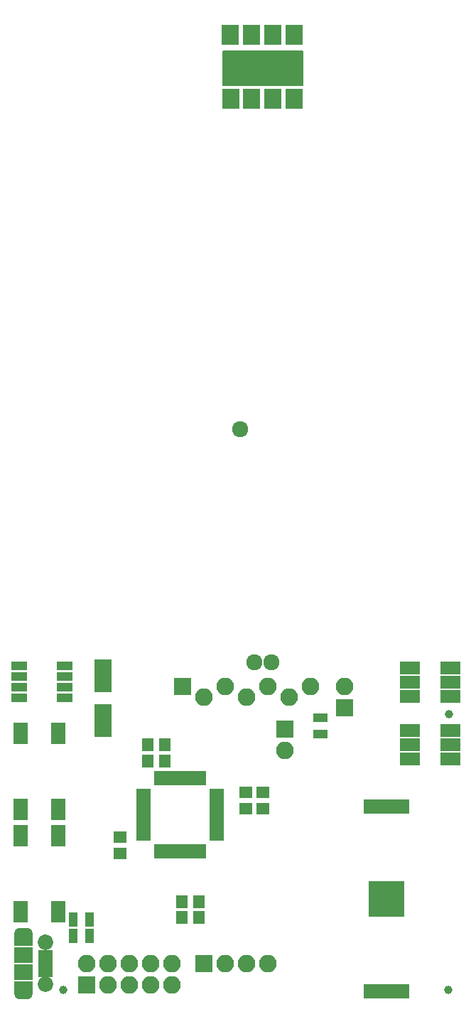
<source format=gts>
G04 #@! TF.FileFunction,Soldermask,Top*
%FSLAX46Y46*%
G04 Gerber Fmt 4.6, Leading zero omitted, Abs format (unit mm)*
G04 Created by KiCad (PCBNEW 4.0.7-e2-6376~58~ubuntu16.04.1) date Thu May  2 11:57:46 2019*
%MOMM*%
%LPD*%
G01*
G04 APERTURE LIST*
%ADD10C,0.100000*%
%ADD11C,0.150000*%
%ADD12R,2.000000X3.900000*%
%ADD13R,1.650000X1.400000*%
%ADD14R,1.400000X1.650000*%
%ADD15R,2.400000X1.500000*%
%ADD16R,2.100000X2.100000*%
%ADD17O,2.100000X2.100000*%
%ADD18R,2.300000X1.900000*%
%ADD19C,1.850000*%
%ADD20R,1.750000X0.800000*%
%ADD21O,2.300000X1.600000*%
%ADD22R,2.300000X1.600000*%
%ADD23R,1.700000X1.100000*%
%ADD24R,1.100000X1.700000*%
%ADD25R,1.800000X2.500000*%
%ADD26R,2.080000X2.400000*%
%ADD27R,1.950000X1.000000*%
%ADD28R,0.650000X1.700000*%
%ADD29R,1.700000X0.650000*%
%ADD30R,4.360000X4.360000*%
%ADD31R,5.480000X1.670000*%
%ADD32C,1.000000*%
%ADD33C,1.924000*%
G04 APERTURE END LIST*
D10*
D11*
G36*
X199723000Y-28490000D02*
X190223000Y-28490000D01*
X190223000Y-32490000D01*
X199723000Y-32490000D01*
X199723000Y-28490000D01*
G37*
X199723000Y-28490000D02*
X190223000Y-28490000D01*
X190223000Y-32490000D01*
X199723000Y-32490000D01*
X199723000Y-28490000D01*
D12*
X175895000Y-108237000D03*
X175895000Y-102837000D03*
D13*
X192913000Y-116729000D03*
X192913000Y-118729000D03*
D14*
X183245000Y-111125000D03*
X181245000Y-111125000D03*
D13*
X194945000Y-116729000D03*
X194945000Y-118729000D03*
D14*
X187309000Y-129794000D03*
X185309000Y-129794000D03*
X183245000Y-113030000D03*
X181245000Y-113030000D03*
D13*
X177927000Y-124063000D03*
X177927000Y-122063000D03*
D14*
X187309000Y-131699000D03*
X185309000Y-131699000D03*
D15*
X212484000Y-109425000D03*
X212484000Y-111125000D03*
X212484000Y-112825000D03*
X217284000Y-112825000D03*
X217284000Y-111125000D03*
X217284000Y-109425000D03*
X212484000Y-101932000D03*
X212484000Y-103632000D03*
X212484000Y-105332000D03*
X217284000Y-105332000D03*
X217284000Y-103632000D03*
X217284000Y-101932000D03*
D16*
X185420000Y-104140000D03*
D17*
X187960000Y-105410000D03*
X190500000Y-104140000D03*
X193040000Y-105410000D03*
X195580000Y-104140000D03*
X198120000Y-105410000D03*
X200660000Y-104140000D03*
D16*
X187960000Y-137160000D03*
D17*
X190500000Y-137160000D03*
X193040000Y-137160000D03*
X195580000Y-137160000D03*
D16*
X204724000Y-106680000D03*
D17*
X204724000Y-104140000D03*
D16*
X197612000Y-109220000D03*
D17*
X197612000Y-111760000D03*
D16*
X173990000Y-139700000D03*
D17*
X173990000Y-137160000D03*
X176530000Y-139700000D03*
X176530000Y-137160000D03*
X179070000Y-139700000D03*
X179070000Y-137160000D03*
X181610000Y-139700000D03*
X181610000Y-137160000D03*
X184150000Y-139700000D03*
X184150000Y-137160000D03*
D18*
X166401000Y-138160000D03*
D19*
X169101000Y-134660000D03*
D20*
X169101000Y-136510000D03*
X169101000Y-135860000D03*
X169101000Y-138460000D03*
X169101000Y-137810000D03*
X169101000Y-137160000D03*
D19*
X169101000Y-139660000D03*
D18*
X166401000Y-136160000D03*
D21*
X166401000Y-133660000D03*
X166401000Y-140660000D03*
D22*
X166401000Y-140060000D03*
X166401000Y-134260000D03*
D23*
X201803000Y-107889000D03*
X201803000Y-109789000D03*
D24*
X174305000Y-133858000D03*
X172405000Y-133858000D03*
X174305000Y-131953000D03*
X172405000Y-131953000D03*
D25*
X170576000Y-131020000D03*
X166116000Y-131020000D03*
X170576000Y-121920000D03*
X166116000Y-121920000D03*
X170576000Y-118828000D03*
X166116000Y-118828000D03*
X170576000Y-109728000D03*
X166116000Y-109728000D03*
D26*
X198723000Y-34110000D03*
X196183000Y-34110000D03*
X193643000Y-34110000D03*
X191183000Y-34110000D03*
X191103000Y-26490000D03*
X193643000Y-26490000D03*
X196183000Y-26490000D03*
X198723000Y-26490000D03*
D27*
X165956000Y-101727000D03*
X165956000Y-102997000D03*
X165956000Y-104267000D03*
X165956000Y-105537000D03*
X171356000Y-105537000D03*
X171356000Y-104267000D03*
X171356000Y-102997000D03*
X171356000Y-101727000D03*
D28*
X187862039Y-115061523D03*
X187362039Y-115061523D03*
X186862039Y-115061523D03*
X186362039Y-115061523D03*
X185862039Y-115061523D03*
X185362039Y-115061523D03*
X184862039Y-115061523D03*
X184362039Y-115061523D03*
X183862039Y-115061523D03*
X183362039Y-115061523D03*
X182862039Y-115061523D03*
X182362039Y-115061523D03*
D29*
X180762039Y-116661523D03*
X180762039Y-117161523D03*
X180762039Y-117661523D03*
X180762039Y-118161523D03*
X180762039Y-118661523D03*
X180762039Y-119161523D03*
X180762039Y-119661523D03*
X180762039Y-120161523D03*
X180762039Y-120661523D03*
X180762039Y-121161523D03*
X180762039Y-121661523D03*
X180762039Y-122161523D03*
D28*
X182362039Y-123761523D03*
X182862039Y-123761523D03*
X183362039Y-123761523D03*
X183862039Y-123761523D03*
X184362039Y-123761523D03*
X184862039Y-123761523D03*
X185362039Y-123761523D03*
X185862039Y-123761523D03*
X186362039Y-123761523D03*
X186862039Y-123761523D03*
X187362039Y-123761523D03*
X187862039Y-123761523D03*
D29*
X189462039Y-122161523D03*
X189462039Y-121661523D03*
X189462039Y-121161523D03*
X189462039Y-120661523D03*
X189462039Y-120161523D03*
X189462039Y-119661523D03*
X189462039Y-119161523D03*
X189462039Y-118661523D03*
X189462039Y-118161523D03*
X189462039Y-117661523D03*
X189462039Y-117161523D03*
X189462039Y-116661523D03*
D30*
X209677000Y-129477000D03*
D31*
X209677000Y-118492000D03*
X209677000Y-140462000D03*
D32*
X217170000Y-107442000D03*
X217043000Y-140335000D03*
X171196000Y-140335000D03*
D33*
X192248000Y-73540000D03*
X193948000Y-101240000D03*
X195948000Y-101240000D03*
M02*

</source>
